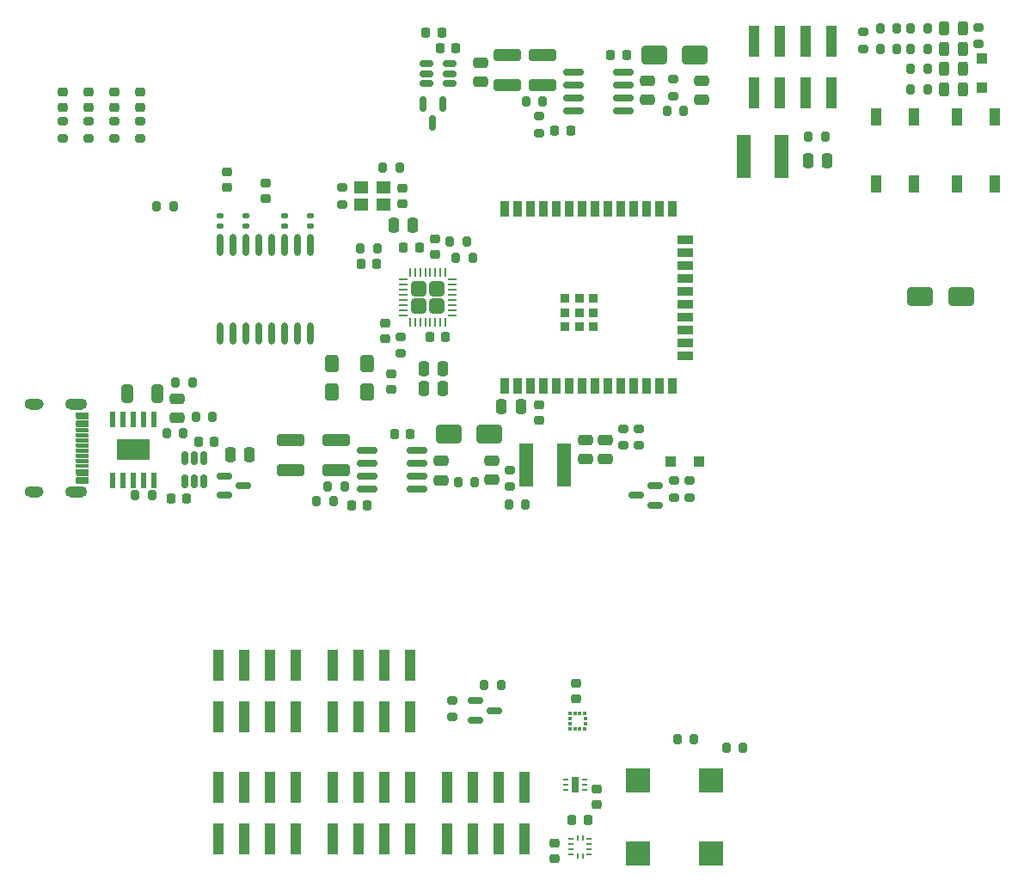
<source format=gbr>
%TF.GenerationSoftware,KiCad,Pcbnew,8.0.1*%
%TF.CreationDate,2024-06-23T23:53:46+02:00*%
%TF.ProjectId,Lichtstab,4c696368-7473-4746-9162-2e6b69636164,rev?*%
%TF.SameCoordinates,Original*%
%TF.FileFunction,Paste,Top*%
%TF.FilePolarity,Positive*%
%FSLAX46Y46*%
G04 Gerber Fmt 4.6, Leading zero omitted, Abs format (unit mm)*
G04 Created by KiCad (PCBNEW 8.0.1) date 2024-06-23 23:53:46*
%MOMM*%
%LPD*%
G01*
G04 APERTURE LIST*
G04 Aperture macros list*
%AMRoundRect*
0 Rectangle with rounded corners*
0 $1 Rounding radius*
0 $2 $3 $4 $5 $6 $7 $8 $9 X,Y pos of 4 corners*
0 Add a 4 corners polygon primitive as box body*
4,1,4,$2,$3,$4,$5,$6,$7,$8,$9,$2,$3,0*
0 Add four circle primitives for the rounded corners*
1,1,$1+$1,$2,$3*
1,1,$1+$1,$4,$5*
1,1,$1+$1,$6,$7*
1,1,$1+$1,$8,$9*
0 Add four rect primitives between the rounded corners*
20,1,$1+$1,$2,$3,$4,$5,0*
20,1,$1+$1,$4,$5,$6,$7,0*
20,1,$1+$1,$6,$7,$8,$9,0*
20,1,$1+$1,$8,$9,$2,$3,0*%
%AMFreePoly0*
4,1,14,0.340806,0.106694,0.394194,0.053306,0.412500,0.009112,0.412500,-0.062500,0.394194,-0.106694,0.350000,-0.125000,-0.350000,-0.125000,-0.394194,-0.106694,-0.412500,-0.062500,-0.412500,0.062500,-0.394194,0.106694,-0.350000,0.125000,0.296612,0.125000,0.340806,0.106694,0.340806,0.106694,$1*%
%AMFreePoly1*
4,1,14,0.394194,0.106694,0.412500,0.062500,0.412500,-0.009112,0.394194,-0.053306,0.340806,-0.106694,0.296612,-0.125000,-0.350000,-0.125000,-0.394194,-0.106694,-0.412500,-0.062500,-0.412500,0.062500,-0.394194,0.106694,-0.350000,0.125000,0.350000,0.125000,0.394194,0.106694,0.394194,0.106694,$1*%
%AMFreePoly2*
4,1,14,0.106694,0.394194,0.125000,0.350000,0.125000,-0.350000,0.106694,-0.394194,0.062500,-0.412500,-0.062500,-0.412500,-0.106694,-0.394194,-0.125000,-0.350000,-0.125000,0.296612,-0.106694,0.340806,-0.053306,0.394194,-0.009112,0.412500,0.062500,0.412500,0.106694,0.394194,0.106694,0.394194,$1*%
%AMFreePoly3*
4,1,14,0.053306,0.394194,0.106694,0.340806,0.125000,0.296612,0.125000,-0.350000,0.106694,-0.394194,0.062500,-0.412500,-0.062500,-0.412500,-0.106694,-0.394194,-0.125000,-0.350000,-0.125000,0.350000,-0.106694,0.394194,-0.062500,0.412500,0.009112,0.412500,0.053306,0.394194,0.053306,0.394194,$1*%
%AMFreePoly4*
4,1,14,0.394194,0.106694,0.412500,0.062500,0.412500,-0.062500,0.394194,-0.106694,0.350000,-0.125000,-0.296612,-0.125000,-0.340806,-0.106694,-0.394194,-0.053306,-0.412500,-0.009112,-0.412500,0.062500,-0.394194,0.106694,-0.350000,0.125000,0.350000,0.125000,0.394194,0.106694,0.394194,0.106694,$1*%
%AMFreePoly5*
4,1,14,0.394194,0.106694,0.412500,0.062500,0.412500,-0.062500,0.394194,-0.106694,0.350000,-0.125000,-0.350000,-0.125000,-0.394194,-0.106694,-0.412500,-0.062500,-0.412500,0.009112,-0.394194,0.053306,-0.340806,0.106694,-0.296612,0.125000,0.350000,0.125000,0.394194,0.106694,0.394194,0.106694,$1*%
%AMFreePoly6*
4,1,14,0.106694,0.394194,0.125000,0.350000,0.125000,-0.296612,0.106694,-0.340806,0.053306,-0.394194,0.009112,-0.412500,-0.062500,-0.412500,-0.106694,-0.394194,-0.125000,-0.350000,-0.125000,0.350000,-0.106694,0.394194,-0.062500,0.412500,0.062500,0.412500,0.106694,0.394194,0.106694,0.394194,$1*%
%AMFreePoly7*
4,1,14,0.106694,0.394194,0.125000,0.350000,0.125000,-0.350000,0.106694,-0.394194,0.062500,-0.412500,-0.009112,-0.412500,-0.053306,-0.394194,-0.106694,-0.340806,-0.125000,-0.296612,-0.125000,0.350000,-0.106694,0.394194,-0.062500,0.412500,0.062500,0.412500,0.106694,0.394194,0.106694,0.394194,$1*%
G04 Aperture macros list end*
%ADD10C,0.100000*%
%ADD11RoundRect,0.200000X0.275000X-0.200000X0.275000X0.200000X-0.275000X0.200000X-0.275000X-0.200000X0*%
%ADD12RoundRect,0.200000X0.200000X0.275000X-0.200000X0.275000X-0.200000X-0.275000X0.200000X-0.275000X0*%
%ADD13RoundRect,0.225000X0.250000X-0.225000X0.250000X0.225000X-0.250000X0.225000X-0.250000X-0.225000X0*%
%ADD14R,1.000000X3.150000*%
%ADD15RoundRect,0.250000X-0.475000X0.250000X-0.475000X-0.250000X0.475000X-0.250000X0.475000X0.250000X0*%
%ADD16RoundRect,0.243750X0.243750X0.456250X-0.243750X0.456250X-0.243750X-0.456250X0.243750X-0.456250X0*%
%ADD17RoundRect,0.200000X-0.200000X-0.275000X0.200000X-0.275000X0.200000X0.275000X-0.200000X0.275000X0*%
%ADD18R,1.000000X1.700000*%
%ADD19RoundRect,0.200000X-0.275000X0.200000X-0.275000X-0.200000X0.275000X-0.200000X0.275000X0.200000X0*%
%ADD20RoundRect,0.150000X-0.587500X-0.150000X0.587500X-0.150000X0.587500X0.150000X-0.587500X0.150000X0*%
%ADD21RoundRect,0.250000X0.250000X0.475000X-0.250000X0.475000X-0.250000X-0.475000X0.250000X-0.475000X0*%
%ADD22RoundRect,0.225000X-0.225000X-0.250000X0.225000X-0.250000X0.225000X0.250000X-0.225000X0.250000X0*%
%ADD23RoundRect,0.250000X-0.250000X-0.475000X0.250000X-0.475000X0.250000X0.475000X-0.250000X0.475000X0*%
%ADD24RoundRect,0.250000X-0.485000X-0.485000X0.485000X-0.485000X0.485000X0.485000X-0.485000X0.485000X0*%
%ADD25FreePoly0,0.000000*%
%ADD26RoundRect,0.062500X-0.350000X-0.062500X0.350000X-0.062500X0.350000X0.062500X-0.350000X0.062500X0*%
%ADD27FreePoly1,0.000000*%
%ADD28FreePoly2,0.000000*%
%ADD29RoundRect,0.062500X-0.062500X-0.350000X0.062500X-0.350000X0.062500X0.350000X-0.062500X0.350000X0*%
%ADD30FreePoly3,0.000000*%
%ADD31FreePoly4,0.000000*%
%ADD32FreePoly5,0.000000*%
%ADD33FreePoly6,0.000000*%
%ADD34FreePoly7,0.000000*%
%ADD35RoundRect,0.135000X-0.185000X0.135000X-0.185000X-0.135000X0.185000X-0.135000X0.185000X0.135000X0*%
%ADD36RoundRect,0.225000X0.225000X0.250000X-0.225000X0.250000X-0.225000X-0.250000X0.225000X-0.250000X0*%
%ADD37R,0.600000X1.500000*%
%ADD38R,3.300000X2.100000*%
%ADD39RoundRect,0.218750X-0.256250X0.218750X-0.256250X-0.218750X0.256250X-0.218750X0.256250X0.218750X0*%
%ADD40RoundRect,0.250000X-1.100000X0.325000X-1.100000X-0.325000X1.100000X-0.325000X1.100000X0.325000X0*%
%ADD41R,0.350000X0.375000*%
%ADD42R,0.375000X0.350000*%
%ADD43RoundRect,0.250000X1.000000X0.650000X-1.000000X0.650000X-1.000000X-0.650000X1.000000X-0.650000X0*%
%ADD44RoundRect,0.250000X0.475000X-0.250000X0.475000X0.250000X-0.475000X0.250000X-0.475000X-0.250000X0*%
%ADD45O,0.700000X2.190000*%
%ADD46R,0.580000X0.280000*%
%ADD47R,0.700000X1.600000*%
%ADD48R,2.400000X2.400000*%
%ADD49RoundRect,0.150000X-0.825000X-0.150000X0.825000X-0.150000X0.825000X0.150000X-0.825000X0.150000X0*%
%ADD50R,0.500000X0.280000*%
%ADD51R,0.280000X0.500000*%
%ADD52RoundRect,0.225000X-0.250000X0.225000X-0.250000X-0.225000X0.250000X-0.225000X0.250000X0.225000X0*%
%ADD53R,1.400000X4.200000*%
%ADD54RoundRect,0.150000X-0.512500X-0.150000X0.512500X-0.150000X0.512500X0.150000X-0.512500X0.150000X0*%
%ADD55R,0.900000X1.500000*%
%ADD56R,1.500000X0.900000*%
%ADD57R,0.900000X0.900000*%
%ADD58RoundRect,0.250000X-0.300000X-0.300000X0.300000X-0.300000X0.300000X0.300000X-0.300000X0.300000X0*%
%ADD59RoundRect,0.250000X0.300000X-0.300000X0.300000X0.300000X-0.300000X0.300000X-0.300000X-0.300000X0*%
%ADD60RoundRect,0.250000X0.400000X0.600000X-0.400000X0.600000X-0.400000X-0.600000X0.400000X-0.600000X0*%
%ADD61RoundRect,0.150000X-0.150000X0.587500X-0.150000X-0.587500X0.150000X-0.587500X0.150000X0.587500X0*%
%ADD62RoundRect,0.150000X0.587500X0.150000X-0.587500X0.150000X-0.587500X-0.150000X0.587500X-0.150000X0*%
%ADD63RoundRect,0.250000X0.325000X0.650000X-0.325000X0.650000X-0.325000X-0.650000X0.325000X-0.650000X0*%
%ADD64RoundRect,0.150000X0.150000X-0.512500X0.150000X0.512500X-0.150000X0.512500X-0.150000X-0.512500X0*%
%ADD65R,1.150000X0.600000*%
%ADD66R,1.150000X0.300000*%
%ADD67R,1.400000X1.200000*%
G04 APERTURE END LIST*
D10*
%TO.C,USB1*%
X76532250Y-91920000D02*
X75382250Y-91920000D01*
X75382250Y-91320000D01*
X76532250Y-91320000D01*
X76532250Y-91920000D01*
G36*
X76532250Y-91920000D02*
G01*
X75382250Y-91920000D01*
X75382250Y-91320000D01*
X76532250Y-91320000D01*
X76532250Y-91920000D01*
G37*
X76532250Y-92720000D02*
X75382250Y-92720000D01*
X75382250Y-92120000D01*
X76532250Y-92120000D01*
X76532250Y-92720000D01*
G36*
X76532250Y-92720000D02*
G01*
X75382250Y-92720000D01*
X75382250Y-92120000D01*
X76532250Y-92120000D01*
X76532250Y-92720000D01*
G37*
X76532250Y-93220000D02*
X75382250Y-93220000D01*
X75382250Y-92920000D01*
X76532250Y-92920000D01*
X76532250Y-93220000D01*
G36*
X76532250Y-93220000D02*
G01*
X75382250Y-93220000D01*
X75382250Y-92920000D01*
X76532250Y-92920000D01*
X76532250Y-93220000D01*
G37*
X76532250Y-93720000D02*
X75382250Y-93720000D01*
X75382250Y-93420000D01*
X76532250Y-93420000D01*
X76532250Y-93720000D01*
G36*
X76532250Y-93720000D02*
G01*
X75382250Y-93720000D01*
X75382250Y-93420000D01*
X76532250Y-93420000D01*
X76532250Y-93720000D01*
G37*
X76532250Y-94220000D02*
X75382250Y-94220000D01*
X75382250Y-93920000D01*
X76532250Y-93920000D01*
X76532250Y-94220000D01*
G36*
X76532250Y-94220000D02*
G01*
X75382250Y-94220000D01*
X75382250Y-93920000D01*
X76532250Y-93920000D01*
X76532250Y-94220000D01*
G37*
X76532250Y-94720000D02*
X75382250Y-94720000D01*
X75382250Y-94420000D01*
X76532250Y-94420000D01*
X76532250Y-94720000D01*
G36*
X76532250Y-94720000D02*
G01*
X75382250Y-94720000D01*
X75382250Y-94420000D01*
X76532250Y-94420000D01*
X76532250Y-94720000D01*
G37*
X76532250Y-95220000D02*
X75382250Y-95220000D01*
X75382250Y-94920000D01*
X76532250Y-94920000D01*
X76532250Y-95220000D01*
G36*
X76532250Y-95220000D02*
G01*
X75382250Y-95220000D01*
X75382250Y-94920000D01*
X76532250Y-94920000D01*
X76532250Y-95220000D01*
G37*
X76532250Y-95720000D02*
X75382250Y-95720000D01*
X75382250Y-95420000D01*
X76532250Y-95420000D01*
X76532250Y-95720000D01*
G36*
X76532250Y-95720000D02*
G01*
X75382250Y-95720000D01*
X75382250Y-95420000D01*
X76532250Y-95420000D01*
X76532250Y-95720000D01*
G37*
X76532250Y-96220000D02*
X75382250Y-96220000D01*
X75382250Y-95920000D01*
X76532250Y-95920000D01*
X76532250Y-96220000D01*
G36*
X76532250Y-96220000D02*
G01*
X75382250Y-96220000D01*
X75382250Y-95920000D01*
X76532250Y-95920000D01*
X76532250Y-96220000D01*
G37*
X76532250Y-96720000D02*
X75382250Y-96720000D01*
X75382250Y-96420000D01*
X76532250Y-96420000D01*
X76532250Y-96720000D01*
G36*
X76532250Y-96720000D02*
G01*
X75382250Y-96720000D01*
X75382250Y-96420000D01*
X76532250Y-96420000D01*
X76532250Y-96720000D01*
G37*
X76532250Y-97520000D02*
X75382250Y-97520000D01*
X75382250Y-96920000D01*
X76532250Y-96920000D01*
X76532250Y-97520000D01*
G36*
X76532250Y-97520000D02*
G01*
X75382250Y-97520000D01*
X75382250Y-96920000D01*
X76532250Y-96920000D01*
X76532250Y-97520000D01*
G37*
X76532250Y-98320000D02*
X75382250Y-98320000D01*
X75382250Y-97720000D01*
X76532250Y-97720000D01*
X76532250Y-98320000D01*
G36*
X76532250Y-98320000D02*
G01*
X75382250Y-98320000D01*
X75382250Y-97720000D01*
X76532250Y-97720000D01*
X76532250Y-98320000D01*
G37*
X71632250Y-90000000D02*
X71632250Y-90000000D01*
G75*
G02*
X71632250Y-91000000I50J-500000D01*
G01*
X70832250Y-91000000D01*
G75*
G02*
X70832250Y-90000000I50J500000D01*
G01*
X71632250Y-90000000D01*
G36*
X71632250Y-90000000D02*
G01*
X71632250Y-90000000D01*
G75*
G02*
X71632250Y-91000000I50J-500000D01*
G01*
X70832250Y-91000000D01*
G75*
G02*
X70832250Y-90000000I50J500000D01*
G01*
X71632250Y-90000000D01*
G37*
X71632250Y-98640000D02*
X71632250Y-98640000D01*
G75*
G02*
X71632250Y-99640000I50J-500000D01*
G01*
X70832250Y-99640000D01*
G75*
G02*
X70832250Y-98640000I50J500000D01*
G01*
X71632250Y-98640000D01*
G36*
X71632250Y-98640000D02*
G01*
X71632250Y-98640000D01*
G75*
G02*
X71632250Y-99640000I50J-500000D01*
G01*
X70832250Y-99640000D01*
G75*
G02*
X70832250Y-98640000I50J500000D01*
G01*
X71632250Y-98640000D01*
G37*
X75932250Y-90000000D02*
X75932250Y-90000000D01*
G75*
G02*
X75932250Y-91000000I50J-500000D01*
G01*
X74832250Y-91000000D01*
G75*
G02*
X74832250Y-90000000I50J500000D01*
G01*
X75932250Y-90000000D01*
G36*
X75932250Y-90000000D02*
G01*
X75932250Y-90000000D01*
G75*
G02*
X75932250Y-91000000I50J-500000D01*
G01*
X74832250Y-91000000D01*
G75*
G02*
X74832250Y-90000000I50J500000D01*
G01*
X75932250Y-90000000D01*
G37*
X75932250Y-98640000D02*
X75932250Y-98640000D01*
G75*
G02*
X75932250Y-99640000I50J-500000D01*
G01*
X74832250Y-99640000D01*
G75*
G02*
X74832250Y-98640000I50J500000D01*
G01*
X75932250Y-98640000D01*
G36*
X75932250Y-98640000D02*
G01*
X75932250Y-98640000D01*
G75*
G02*
X75932250Y-99640000I50J-500000D01*
G01*
X74832250Y-99640000D01*
G75*
G02*
X74832250Y-98640000I50J500000D01*
G01*
X75932250Y-98640000D01*
G37*
%TD*%
D11*
%TO.C,R45*%
X152900000Y-55525000D03*
X152900000Y-53875000D03*
%TD*%
%TO.C,R44*%
X135798005Y-98075000D03*
X135798005Y-99725000D03*
%TD*%
D12*
%TO.C,R20*%
X85925000Y-93400000D03*
X84275000Y-93400000D03*
%TD*%
D13*
%TO.C,C7*%
X79100000Y-61275000D03*
X79100000Y-59725000D03*
%TD*%
D14*
%TO.C,H2*%
X89420000Y-121300000D03*
X89420000Y-116250000D03*
X91960000Y-121300000D03*
X91960000Y-116250000D03*
X94500000Y-121300000D03*
X94500000Y-116250000D03*
X97040000Y-121300000D03*
X97040000Y-116250000D03*
%TD*%
D15*
%TO.C,C29*%
X137000000Y-58650000D03*
X137000000Y-60550000D03*
%TD*%
D16*
%TO.C,D12*%
X162687500Y-55500000D03*
X160812500Y-55500000D03*
%TD*%
D17*
%TO.C,R26*%
X99075000Y-100100000D03*
X100725000Y-100100000D03*
%TD*%
D18*
%TO.C,SW1*%
X162150000Y-68800000D03*
X162150000Y-62200000D03*
X165850000Y-68800000D03*
X165850000Y-62200000D03*
%TD*%
D12*
%TO.C,R18*%
X84980000Y-71000000D03*
X83330000Y-71000000D03*
%TD*%
D19*
%TO.C,R38*%
X134200000Y-58528987D03*
X134200000Y-60178987D03*
%TD*%
D14*
%TO.C,H6*%
X111920000Y-133300000D03*
X111920000Y-128250000D03*
X114460000Y-133300000D03*
X114460000Y-128250000D03*
X117000000Y-133300000D03*
X117000000Y-128250000D03*
X119540000Y-133300000D03*
X119540000Y-128250000D03*
%TD*%
D20*
%TO.C,U14*%
X114662500Y-119750000D03*
X114662500Y-121650000D03*
X116537500Y-120700000D03*
%TD*%
D17*
%TO.C,R34*%
X154575000Y-55500000D03*
X156225000Y-55500000D03*
%TD*%
D21*
%TO.C,C1*%
X119150000Y-90763855D03*
X117250000Y-90763855D03*
%TD*%
D22*
%TO.C,C44*%
X124225000Y-131500000D03*
X125775000Y-131500000D03*
%TD*%
D12*
%TO.C,R31*%
X135225000Y-61600000D03*
X133575000Y-61600000D03*
%TD*%
D23*
%TO.C,C10*%
X109600000Y-89000000D03*
X111500000Y-89000000D03*
%TD*%
D13*
%TO.C,C6*%
X76560000Y-61275000D03*
X76560000Y-59725000D03*
%TD*%
D19*
%TO.C,R7*%
X79100000Y-62675000D03*
X79100000Y-64325000D03*
%TD*%
D24*
%TO.C,U3*%
X109150000Y-79150000D03*
X109150000Y-80850000D03*
X110850000Y-79150000D03*
X110850000Y-80850000D03*
D25*
X107562500Y-78250000D03*
D26*
X107562500Y-78750000D03*
X107562500Y-79250000D03*
X107562500Y-79750000D03*
X107562500Y-80250000D03*
X107562500Y-80750000D03*
X107562500Y-81250000D03*
D27*
X107562500Y-81750000D03*
D28*
X108250000Y-82437500D03*
D29*
X108750000Y-82437500D03*
X109250000Y-82437500D03*
X109750000Y-82437500D03*
X110250000Y-82437500D03*
X110750000Y-82437500D03*
X111250000Y-82437500D03*
D30*
X111750000Y-82437500D03*
D31*
X112437500Y-81750000D03*
D26*
X112437500Y-81250000D03*
X112437500Y-80750000D03*
X112437500Y-80250000D03*
X112437500Y-79750000D03*
X112437500Y-79250000D03*
X112437500Y-78750000D03*
D32*
X112437500Y-78250000D03*
D33*
X111750000Y-77562500D03*
D29*
X111250000Y-77562500D03*
X110750000Y-77562500D03*
X110250000Y-77562500D03*
X109750000Y-77562500D03*
X109250000Y-77562500D03*
X108750000Y-77562500D03*
D34*
X108250000Y-77562500D03*
%TD*%
D17*
%TO.C,R43*%
X115575000Y-118200000D03*
X117225000Y-118200000D03*
%TD*%
D35*
%TO.C,R11*%
X95910000Y-71990000D03*
X95910000Y-73010000D03*
%TD*%
D15*
%TO.C,C31*%
X131600000Y-58641953D03*
X131600000Y-60541953D03*
%TD*%
D17*
%TO.C,R17*%
X112775000Y-76100000D03*
X114425000Y-76100000D03*
%TD*%
D36*
%TO.C,C34*%
X108275000Y-93500000D03*
X106725000Y-93500000D03*
%TD*%
D22*
%TO.C,C20*%
X84725000Y-99800000D03*
X86275000Y-99800000D03*
%TD*%
D19*
%TO.C,R36*%
X118100000Y-96975000D03*
X118100000Y-98625000D03*
%TD*%
D37*
%TO.C,U4*%
X83000000Y-92000000D03*
X82000000Y-92000000D03*
X81000000Y-92000000D03*
X80000000Y-92000000D03*
X79000000Y-92000000D03*
X79000000Y-98000000D03*
X80000000Y-98000000D03*
X81000000Y-98000000D03*
X82000000Y-98000000D03*
X83000000Y-98000000D03*
D38*
X81000000Y-95000000D03*
%TD*%
D39*
%TO.C,L2*%
X106400000Y-87512500D03*
X106400000Y-89087500D03*
%TD*%
D40*
%TO.C,C22*%
X117796348Y-56116953D03*
X117796348Y-59066953D03*
%TD*%
D22*
%TO.C,C25*%
X87425000Y-94200000D03*
X88975000Y-94200000D03*
%TD*%
D41*
%TO.C,U11*%
X123987500Y-122512500D03*
X124487500Y-122512500D03*
X124987500Y-122512500D03*
X125487500Y-122512500D03*
D42*
X125500000Y-122000000D03*
X125500000Y-121500000D03*
D41*
X125487500Y-120987500D03*
X124987500Y-120987500D03*
X124487500Y-120987500D03*
X123987500Y-120987500D03*
D42*
X123975000Y-121500000D03*
X123975000Y-122000000D03*
%TD*%
D16*
%TO.C,D7*%
X162687500Y-53500000D03*
X160812500Y-53500000D03*
%TD*%
D15*
%TO.C,C30*%
X111279121Y-96108243D03*
X111279121Y-98008243D03*
%TD*%
D13*
%TO.C,C5*%
X74020000Y-61275000D03*
X74020000Y-59725000D03*
%TD*%
D43*
%TO.C,D2*%
X162500000Y-79900000D03*
X158500000Y-79900000D03*
%TD*%
D44*
%TO.C,C38*%
X127500000Y-95950000D03*
X127500000Y-94050000D03*
%TD*%
D45*
%TO.C,L1*%
X98450000Y-74810000D03*
X97180000Y-74810000D03*
X95910000Y-74810000D03*
X94630000Y-74810000D03*
X93370000Y-74810000D03*
X92100000Y-74810000D03*
X90830000Y-74810000D03*
X89560000Y-74810000D03*
X89560000Y-83590000D03*
X90830000Y-83590000D03*
X92100000Y-83590000D03*
X93370000Y-83590000D03*
X94630000Y-83590000D03*
X95910000Y-83590000D03*
X97180000Y-83590000D03*
X98450000Y-83590000D03*
%TD*%
D35*
%TO.C,R9*%
X89560000Y-71990000D03*
X89560000Y-73010000D03*
%TD*%
D46*
%TO.C,U15*%
X123580000Y-127500000D03*
X123580000Y-128000000D03*
X123580000Y-128500000D03*
X125420000Y-128500000D03*
X125420000Y-128000000D03*
X125420000Y-127500000D03*
D47*
X124500000Y-128000000D03*
%TD*%
D48*
%TO.C,BUZZER1*%
X137900000Y-127600000D03*
X130700000Y-127600000D03*
X130700000Y-134800000D03*
X137900000Y-134800000D03*
%TD*%
D15*
%TO.C,C28*%
X116300000Y-96050000D03*
X116300000Y-97950000D03*
%TD*%
D49*
%TO.C,U8*%
X124346348Y-57821953D03*
X124346348Y-59091953D03*
X124346348Y-60361953D03*
X124346348Y-61631953D03*
X129296348Y-61631953D03*
X129296348Y-60361953D03*
X129296348Y-59091953D03*
X129296348Y-57821953D03*
%TD*%
D19*
%TO.C,R5*%
X74020000Y-62675000D03*
X74020000Y-64325000D03*
%TD*%
D17*
%TO.C,R24*%
X154575000Y-53500000D03*
X156225000Y-53500000D03*
%TD*%
D50*
%TO.C,U12*%
X125880000Y-134870000D03*
X125880000Y-134370000D03*
X125880000Y-133870000D03*
X125880000Y-133370000D03*
D51*
X125250000Y-133240000D03*
X124750000Y-133240000D03*
D50*
X124120000Y-133370000D03*
X124120000Y-133870000D03*
X124120000Y-134370000D03*
X124120000Y-134870000D03*
D51*
X124750000Y-135000000D03*
X125250000Y-135000000D03*
%TD*%
D52*
%TO.C,C14*%
X94000000Y-68725000D03*
X94000000Y-70275000D03*
%TD*%
D49*
%TO.C,U7*%
X104025000Y-95095000D03*
X104025000Y-96365000D03*
X104025000Y-97635000D03*
X104025000Y-98905000D03*
X108975000Y-98905000D03*
X108975000Y-97635000D03*
X108975000Y-96365000D03*
X108975000Y-95095000D03*
%TD*%
D53*
%TO.C,L4*%
X141150000Y-66100000D03*
X144850000Y-66100000D03*
%TD*%
D52*
%TO.C,C17*%
X110700000Y-74225000D03*
X110700000Y-75775000D03*
%TD*%
D54*
%TO.C,U9*%
X109862500Y-57000000D03*
X109862500Y-57950000D03*
X109862500Y-58900000D03*
X112137500Y-58900000D03*
X112137500Y-57950000D03*
X112137500Y-57000000D03*
%TD*%
D12*
%TO.C,R16*%
X113825000Y-74500000D03*
X112175000Y-74500000D03*
%TD*%
D14*
%TO.C,H3*%
X100670000Y-133300000D03*
X100670000Y-128250000D03*
X103210000Y-133300000D03*
X103210000Y-128250000D03*
X105750000Y-133300000D03*
X105750000Y-128250000D03*
X108290000Y-133300000D03*
X108290000Y-128250000D03*
%TD*%
D23*
%TO.C,C9*%
X109600000Y-87000000D03*
X111500000Y-87000000D03*
%TD*%
D11*
%TO.C,R33*%
X134258061Y-99725000D03*
X134258061Y-98075000D03*
%TD*%
D12*
%TO.C,R41*%
X141050000Y-124400000D03*
X139400000Y-124400000D03*
%TD*%
D17*
%TO.C,R1*%
X105575000Y-67200000D03*
X107225000Y-67200000D03*
%TD*%
D13*
%TO.C,C13*%
X105800000Y-84075000D03*
X105800000Y-82525000D03*
%TD*%
D55*
%TO.C,U1*%
X117590000Y-88750000D03*
X118860000Y-88750000D03*
X120130000Y-88750000D03*
X121400000Y-88750000D03*
X122670000Y-88750000D03*
X123940000Y-88750000D03*
X125210000Y-88750000D03*
X126480000Y-88750000D03*
X127750000Y-88750000D03*
X129020000Y-88750000D03*
X130290000Y-88750000D03*
X131560000Y-88750000D03*
X132830000Y-88750000D03*
X134100000Y-88750000D03*
D56*
X135350000Y-85715000D03*
X135350000Y-84445000D03*
X135350000Y-83175000D03*
X135350000Y-81905000D03*
X135350000Y-80635000D03*
X135350000Y-79365000D03*
X135350000Y-78095000D03*
X135350000Y-76825000D03*
X135350000Y-75555000D03*
X135350000Y-74285000D03*
D55*
X134100000Y-71250000D03*
X132830000Y-71250000D03*
X131560000Y-71250000D03*
X130290000Y-71250000D03*
X129020000Y-71250000D03*
X127750000Y-71250000D03*
X126480000Y-71250000D03*
X125210000Y-71250000D03*
X123940000Y-71250000D03*
X122670000Y-71250000D03*
X121400000Y-71250000D03*
X120130000Y-71250000D03*
X118860000Y-71250000D03*
X117590000Y-71250000D03*
D57*
X123530000Y-82900000D03*
X124930000Y-82900000D03*
X126330000Y-82900000D03*
X123530000Y-81500000D03*
X124930000Y-81500000D03*
X126330000Y-81500000D03*
X123530000Y-80100000D03*
X124930000Y-80100000D03*
X126330000Y-80100000D03*
%TD*%
D58*
%TO.C,D9*%
X133900000Y-96200000D03*
X136700000Y-96200000D03*
%TD*%
D43*
%TO.C,D10*%
X116050000Y-93500000D03*
X112050000Y-93500000D03*
%TD*%
D44*
%TO.C,C36*%
X125500000Y-95950000D03*
X125500000Y-94050000D03*
%TD*%
D22*
%TO.C,C39*%
X111225000Y-55450000D03*
X112775000Y-55450000D03*
%TD*%
D18*
%TO.C,SW2*%
X154150000Y-68800000D03*
X154150000Y-62200000D03*
X157850000Y-68800000D03*
X157850000Y-62200000D03*
%TD*%
D52*
%TO.C,C2*%
X121000000Y-90571296D03*
X121000000Y-92121296D03*
%TD*%
D22*
%TO.C,C27*%
X122521348Y-63591953D03*
X124071348Y-63591953D03*
%TD*%
D13*
%TO.C,C42*%
X126600000Y-129975000D03*
X126600000Y-128425000D03*
%TD*%
%TO.C,C3*%
X107500000Y-70775000D03*
X107500000Y-69225000D03*
%TD*%
D19*
%TO.C,R6*%
X76560000Y-62675000D03*
X76560000Y-64325000D03*
%TD*%
D17*
%TO.C,R35*%
X117975000Y-100400000D03*
X119625000Y-100400000D03*
%TD*%
D35*
%TO.C,R10*%
X92100000Y-71990000D03*
X92100000Y-73010000D03*
%TD*%
D16*
%TO.C,D3*%
X162687500Y-57500000D03*
X160812500Y-57500000D03*
%TD*%
D40*
%TO.C,C23*%
X101000000Y-94025000D03*
X101000000Y-96975000D03*
%TD*%
D20*
%TO.C,U6*%
X91875000Y-98550000D03*
X90000000Y-99500000D03*
X90000000Y-97600000D03*
%TD*%
D44*
%TO.C,C40*%
X115200000Y-58750000D03*
X115200000Y-56850000D03*
%TD*%
D59*
%TO.C,D8*%
X164600000Y-59300000D03*
X164600000Y-56500000D03*
%TD*%
D17*
%TO.C,R39*%
X157550000Y-55500000D03*
X159200000Y-55500000D03*
%TD*%
D22*
%TO.C,C26*%
X102475000Y-100500000D03*
X104025000Y-100500000D03*
%TD*%
D17*
%TO.C,R19*%
X87175000Y-91800000D03*
X88825000Y-91800000D03*
%TD*%
D40*
%TO.C,C24*%
X121296348Y-56116953D03*
X121296348Y-59066953D03*
%TD*%
D23*
%TO.C,C12*%
X106650000Y-72900000D03*
X108550000Y-72900000D03*
%TD*%
D17*
%TO.C,R29*%
X157575000Y-53500000D03*
X159225000Y-53500000D03*
%TD*%
D19*
%TO.C,R2*%
X101600000Y-69175000D03*
X101600000Y-70825000D03*
%TD*%
D12*
%TO.C,R15*%
X86825000Y-88400000D03*
X85175000Y-88400000D03*
%TD*%
D43*
%TO.C,D11*%
X136296348Y-56091953D03*
X132296348Y-56091953D03*
%TD*%
D12*
%TO.C,R40*%
X136225000Y-123500000D03*
X134575000Y-123500000D03*
%TD*%
D14*
%TO.C,H1*%
X142110000Y-59850000D03*
X142110000Y-54800000D03*
X144650000Y-59850000D03*
X144650000Y-54800000D03*
X147190000Y-59850000D03*
X147190000Y-54800000D03*
X149730000Y-59850000D03*
X149730000Y-54800000D03*
%TD*%
D12*
%TO.C,R30*%
X114625000Y-98200000D03*
X112975000Y-98200000D03*
%TD*%
%TO.C,R3*%
X159200000Y-57500000D03*
X157550000Y-57500000D03*
%TD*%
D19*
%TO.C,R8*%
X81640000Y-62675000D03*
X81640000Y-64325000D03*
%TD*%
D60*
%TO.C,D6*%
X104050000Y-86500000D03*
X100550000Y-86500000D03*
%TD*%
D61*
%TO.C,U10*%
X111450000Y-60950000D03*
X109550000Y-60950000D03*
X110500000Y-62825000D03*
%TD*%
D23*
%TO.C,C32*%
X90550000Y-95500000D03*
X92450000Y-95500000D03*
%TD*%
D14*
%TO.C,H4*%
X100670000Y-121300000D03*
X100670000Y-116250000D03*
X103210000Y-121300000D03*
X103210000Y-116250000D03*
X105750000Y-121300000D03*
X105750000Y-116250000D03*
X108290000Y-121300000D03*
X108290000Y-116250000D03*
%TD*%
D12*
%TO.C,R4*%
X159200000Y-59500000D03*
X157550000Y-59500000D03*
%TD*%
D13*
%TO.C,C43*%
X122500000Y-135275000D03*
X122500000Y-133725000D03*
%TD*%
D19*
%TO.C,R22*%
X130750000Y-92925000D03*
X130750000Y-94575000D03*
%TD*%
D21*
%TO.C,C37*%
X149350000Y-66500000D03*
X147450000Y-66500000D03*
%TD*%
D40*
%TO.C,C21*%
X96500000Y-94025000D03*
X96500000Y-96975000D03*
%TD*%
D12*
%TO.C,R37*%
X149125000Y-64200000D03*
X147475000Y-64200000D03*
%TD*%
D36*
%TO.C,C33*%
X111375000Y-53900000D03*
X109825000Y-53900000D03*
%TD*%
D11*
%TO.C,R28*%
X121000000Y-63825000D03*
X121000000Y-62175000D03*
%TD*%
D62*
%TO.C,Q1*%
X132433061Y-100450000D03*
X132433061Y-98550000D03*
X130558061Y-99500000D03*
%TD*%
D19*
%TO.C,R42*%
X112400000Y-119675000D03*
X112400000Y-121325000D03*
%TD*%
D11*
%TO.C,R12*%
X107300000Y-85525000D03*
X107300000Y-83875000D03*
%TD*%
D35*
%TO.C,R13*%
X98450000Y-71990000D03*
X98450000Y-73010000D03*
%TD*%
D12*
%TO.C,R14*%
X105025000Y-75200000D03*
X103375000Y-75200000D03*
%TD*%
%TO.C,R25*%
X101825000Y-98600000D03*
X100175000Y-98600000D03*
%TD*%
D22*
%TO.C,C15*%
X107625000Y-75100000D03*
X109175000Y-75100000D03*
%TD*%
D17*
%TO.C,R21*%
X81175000Y-99500000D03*
X82825000Y-99500000D03*
%TD*%
D63*
%TO.C,C4*%
X83375000Y-89500000D03*
X80425000Y-89500000D03*
%TD*%
D13*
%TO.C,C41*%
X124600000Y-119575000D03*
X124600000Y-118025000D03*
%TD*%
D52*
%TO.C,C8*%
X81640000Y-59725000D03*
X81640000Y-61275000D03*
%TD*%
D36*
%TO.C,C35*%
X129571348Y-56091953D03*
X128021348Y-56091953D03*
%TD*%
D53*
%TO.C,L3*%
X119700000Y-96500000D03*
X123400000Y-96500000D03*
%TD*%
D36*
%TO.C,C18*%
X111775000Y-83900000D03*
X110225000Y-83900000D03*
%TD*%
D52*
%TO.C,C11*%
X90200000Y-67625000D03*
X90200000Y-69175000D03*
%TD*%
D15*
%TO.C,C19*%
X85300000Y-89950000D03*
X85300000Y-91850000D03*
%TD*%
D16*
%TO.C,D4*%
X162687500Y-59500000D03*
X160812500Y-59500000D03*
%TD*%
D11*
%TO.C,R23*%
X129250000Y-94575000D03*
X129250000Y-92925000D03*
%TD*%
D14*
%TO.C,H5*%
X89420000Y-133300000D03*
X89420000Y-128250000D03*
X91960000Y-133300000D03*
X91960000Y-128250000D03*
X94500000Y-133300000D03*
X94500000Y-128250000D03*
X97040000Y-133300000D03*
X97040000Y-128250000D03*
%TD*%
D12*
%TO.C,R27*%
X121325000Y-60700000D03*
X119675000Y-60700000D03*
%TD*%
D64*
%TO.C,U5*%
X86050000Y-98137500D03*
X87000000Y-98137500D03*
X87950000Y-98137500D03*
X87950000Y-95862500D03*
X87000000Y-95862500D03*
X86050000Y-95862500D03*
%TD*%
D60*
%TO.C,D5*%
X104050000Y-89340000D03*
X100550000Y-89340000D03*
%TD*%
D22*
%TO.C,C16*%
X103425000Y-76700000D03*
X104975000Y-76700000D03*
%TD*%
D65*
%TO.C,USB1*%
X75957250Y-91620000D03*
X75957250Y-92420000D03*
D66*
X75957250Y-93570000D03*
X75957250Y-94570000D03*
X75957250Y-95070000D03*
X75957250Y-93070000D03*
D65*
X75957250Y-98020000D03*
X75957250Y-97220000D03*
D66*
X75957250Y-96570000D03*
X75957250Y-95570000D03*
X75957250Y-94070000D03*
X75957250Y-96070000D03*
%TD*%
D67*
%TO.C,X1*%
X105600000Y-69150000D03*
X103400000Y-69150000D03*
X103400000Y-70850000D03*
X105600000Y-70850000D03*
%TD*%
D11*
%TO.C,R32*%
X164200000Y-55025000D03*
X164200000Y-53375000D03*
%TD*%
M02*

</source>
